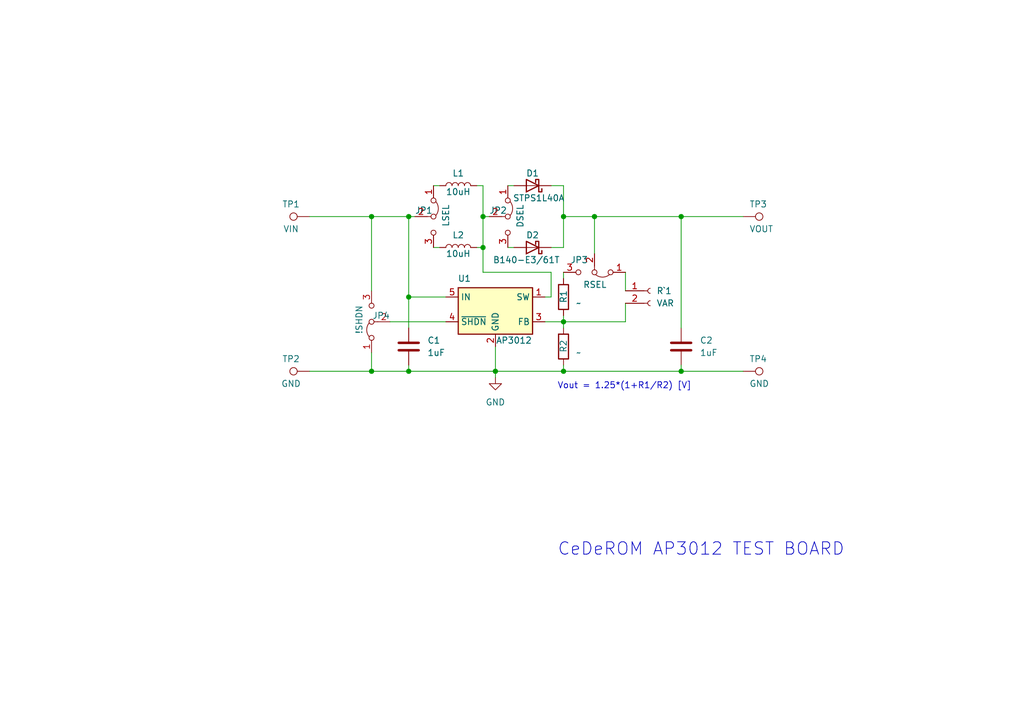
<source format=kicad_sch>
(kicad_sch (version 20211123) (generator eeschema)
  (paper "A5")
  (title_block (title "CeDeROM AP3012 TEST") (date "2022-03-30") (rev "2022-03-30") (company "CeDeROM"))
  (lib_symbols
    (symbol "Connector:Conn_01x02_Female" (pin_names (offset 1.016) hide)
      (property "Reference" "J" (at 0 2.54 0))
      (property "Value" "Conn_01x02_Female" (at 0 -5.08 0))
      (symbol "Conn_01x02_Female_1_1"
        (arc (start 0 -2.032) (mid -0.508 -2.54) (end 0 -3.048) (stroke (width 0.1524)))
        (polyline (pts (xy -1.27 -2.54) (xy -0.508 -2.54)) (stroke (width 0.1524)))
        (polyline (pts (xy -1.27 0) (xy -0.508 0)) (stroke (width 0.1524)))
        (arc (start 0 0.508) (mid -0.508 0) (end 0 -0.508) (stroke (width 0.1524)))
        (pin passive line (at -5.08 0 0) (length 3.81) (name "Pin_1") (number "1"))
        (pin passive line (at -5.08 -2.54 0) (length 3.81) (name "Pin_2") (number "2"))
      )
    )
    (symbol "Connector:TestPoint" (pin_numbers hide) (pin_names (offset 0.762) hide)
      (property "Reference" "TP" (at 0 6.858 0))
      (property "Value" "TestPoint" (at 0 5.08 0))
      (symbol "TestPoint_0_1"
        (circle (center 0 3.302) (radius 0.762))
      )
      (symbol "TestPoint_1_1"
        (pin passive line (at 0 0 90) (length 2.54) (name "1") (number "1"))
      )
    )
    (symbol "Device:C" (pin_numbers hide) (pin_names (offset 0.254))
      (property "Reference" "C" (at 0.635 2.54 0))
      (property "Value" "C" (at 0.635 -2.54 0))
      (symbol "C_0_1"
        (polyline (pts (xy -2.032 -0.762) (xy 2.032 -0.762)) (stroke (width 0.508)))
        (polyline (pts (xy -2.032 0.762) (xy 2.032 0.762)) (stroke (width 0.508)))
      )
      (symbol "C_1_1"
        (pin passive line (at 0 3.81 270) (length 2.794) (name "~") (number "1"))
        (pin passive line (at 0 -3.81 90) (length 2.794) (name "~") (number "2"))
      )
    )
    (symbol "Device:D_Schottky" (pin_numbers hide) (pin_names (offset 1.016) hide)
      (property "Reference" "D" (at 0 2.54 0))
      (property "Value" "D_Schottky" (at 0 -2.54 0))
      (symbol "D_Schottky_0_1"
        (polyline (pts (xy 1.27 0) (xy -1.27 0)))
        (polyline (pts (xy 1.27 1.27) (xy 1.27 -1.27) (xy -1.27 0) (xy 1.27 1.27)) (stroke (width 0.254)))
        (polyline (pts (xy -1.905 0.635) (xy -1.905 1.27) (xy -1.27 1.27) (xy -1.27 -1.27) (xy -0.635 -1.27) (xy -0.635 -0.635)) (stroke (width 0.254)))
      )
      (symbol "D_Schottky_1_1"
        (pin passive line (at -3.81 0 0) (length 2.54) (name "K") (number "1"))
        (pin passive line (at 3.81 0 180) (length 2.54) (name "A") (number "2"))
      )
    )
    (symbol "Device:L" (pin_numbers hide) (pin_names (offset 1.016) hide)
      (property "Reference" "L" (at -1.27 0 90))
      (property "Value" "L" (at 1.905 0 90))
      (symbol "L_0_1"
        (arc (start 0 -2.54) (mid 0.635 -1.905) (end 0 -1.27))
        (arc (start 0 -1.27) (mid 0.635 -0.635) (end 0 0))
        (arc (start 0 0) (mid 0.635 0.635) (end 0 1.27))
        (arc (start 0 1.27) (mid 0.635 1.905) (end 0 2.54))
      )
      (symbol "L_1_1"
        (pin passive line (at 0 3.81 270) (length 1.27) (name "1") (number "1"))
        (pin passive line (at 0 -3.81 90) (length 1.27) (name "2") (number "2"))
      )
    )
    (symbol "Device:R" (pin_numbers hide) (pin_names (offset 0))
      (property "Reference" "R" (at 2.032 0 90))
      (property "Value" "R" (at 0 0 90))
      (symbol "R_0_1"
        (rectangle (start -1.016 -2.54) (end 1.016 2.54) (stroke (width 0.254)))
      )
      (symbol "R_1_1"
        (pin passive line (at 0 3.81 270) (length 1.27) (name "~") (number "1"))
        (pin passive line (at 0 -3.81 90) (length 1.27) (name "~") (number "2"))
      )
    )
    (symbol "Jumper:Jumper_3_Bridged12" (pin_names (offset 0) hide)
      (property "Reference" "JP" (at -2.54 -2.54 0))
      (property "Value" "Jumper_3_Bridged12" (at 0 2.794 0))
      (symbol "Jumper_3_Bridged12_0_0"
        (circle (center -3.302 0) (radius 0.508))
        (circle (center 0 0) (radius 0.508))
        (circle (center 3.302 0) (radius 0.508))
      )
      (symbol "Jumper_3_Bridged12_0_1"
        (arc (start -0.254 0.508) (mid -1.651 0.9912) (end -3.048 0.508))
        (polyline (pts (xy 0 -1.27) (xy 0 -0.508)))
      )
      (symbol "Jumper_3_Bridged12_1_1"
        (pin passive line (at -6.35 0 0) (length 2.54) (name "A") (number "1"))
        (pin passive line (at 0 -3.81 90) (length 2.54) (name "C") (number "2"))
        (pin passive line (at 6.35 0 180) (length 2.54) (name "B") (number "3"))
      )
    )
    (symbol "Regulator_Switching:AP3012"
      (property "Reference" "U" (at -7.62 5.715 0))
      (property "Value" "AP3012" (at 0 5.715 0))
      (symbol "AP3012_0_1"
        (rectangle (start -7.62 4.445) (end 7.62 -5.08) (stroke (width 0.254)) (fill (type background)))
      )
      (symbol "AP3012_1_1"
        (pin passive line (at 10.16 2.54 180) (length 2.54) (name "SW") (number "1"))
        (pin power_in line (at 0 -7.62 90) (length 2.54) (name "GND") (number "2"))
        (pin input line (at 10.16 -2.54 180) (length 2.54) (name "FB") (number "3"))
        (pin input line (at -10.16 -2.54 0) (length 2.54) (name "~{SHDN}") (number "4"))
        (pin power_in line (at -10.16 2.54 0) (length 2.54) (name "IN") (number "5"))
      )
    )
    (symbol "power:GND" (power) (pin_names (offset 0))
      (property "Value" "GND" (at 0 -3.81 0))
      (symbol "GND_0_1"
        (polyline (pts (xy 0 0) (xy 0 -1.27) (xy 1.27 -1.27) (xy 0 -2.54) (xy -1.27 -1.27) (xy 0 -1.27)))
      )
      (symbol "GND_1_1"
        (pin power_in line (at 0 0 270) (length 0) hide (name "GND") (number "1"))
      )
    )
  )
  (junction (at 76.2 44.45))
  (junction (at 99.06 50.8))
  (junction (at 115.57 44.45))
  (junction (at 83.82 76.2))
  (junction (at 101.6 76.2))
  (junction (at 115.57 66.04))
  (junction (at 139.7 44.45))
  (junction (at 83.82 44.45))
  (junction (at 99.06 44.45))
  (junction (at 83.82 60.96))
  (junction (at 121.92 44.45))
  (junction (at 115.57 76.2))
  (junction (at 139.7 76.2))
  (junction (at 76.2 76.2))
  (wire (pts (xy 99.06 55.88) (xy 113.03 55.88)))
  (wire (pts (xy 115.57 44.45) (xy 115.57 38.1)))
  (wire (pts (xy 139.7 44.45) (xy 152.4 44.45)))
  (wire (pts (xy 115.57 74.93) (xy 115.57 76.2)))
  (wire (pts (xy 97.79 50.8) (xy 99.06 50.8)))
  (wire (pts (xy 113.03 55.88) (xy 113.03 60.96)))
  (wire (pts (xy 80.01 66.04) (xy 91.44 66.04)))
  (wire (pts (xy 83.82 60.96) (xy 91.44 60.96)))
  (wire (pts (xy 115.57 76.2) (xy 139.7 76.2)))
  (wire (pts (xy 99.06 50.8) (xy 99.06 55.88)))
  (wire (pts (xy 76.2 72.39) (xy 76.2 76.2)))
  (wire (pts (xy 139.7 76.2) (xy 152.4 76.2)))
  (wire (pts (xy 115.57 66.04) (xy 128.27 66.04)))
  (wire (pts (xy 115.57 66.04) (xy 115.57 67.31)))
  (wire (pts (xy 115.57 38.1) (xy 113.03 38.1)))
  (wire (pts (xy 99.06 44.45) (xy 99.06 50.8)))
  (wire (pts (xy 121.92 44.45) (xy 121.92 52.07)))
  (wire (pts (xy 139.7 76.2) (xy 139.7 74.93)))
  (wire (pts (xy 97.79 38.1) (xy 99.06 38.1)))
  (wire (pts (xy 83.82 44.45) (xy 85.09 44.45)))
  (wire (pts (xy 115.57 64.77) (xy 115.57 66.04)))
  (wire (pts (xy 128.27 62.23) (xy 128.27 66.04)))
  (wire (pts (xy 113.03 60.96) (xy 111.76 60.96)))
  (wire (pts (xy 115.57 50.8) (xy 115.57 44.45)))
  (wire (pts (xy 83.82 44.45) (xy 83.82 60.96)))
  (wire (pts (xy 101.6 76.2) (xy 115.57 76.2)))
  (wire (pts (xy 83.82 76.2) (xy 101.6 76.2)))
  (wire (pts (xy 139.7 67.31) (xy 139.7 44.45)))
  (wire (pts (xy 88.9 38.1) (xy 90.17 38.1)))
  (wire (pts (xy 76.2 44.45) (xy 83.82 44.45)))
  (wire (pts (xy 99.06 44.45) (xy 100.33 44.45)))
  (wire (pts (xy 121.92 44.45) (xy 139.7 44.45)))
  (wire (pts (xy 104.14 50.8) (xy 105.41 50.8)))
  (wire (pts (xy 63.5 44.45) (xy 76.2 44.45)))
  (wire (pts (xy 115.57 57.15) (xy 115.57 55.88)))
  (wire (pts (xy 83.82 67.31) (xy 83.82 60.96)))
  (wire (pts (xy 111.76 66.04) (xy 115.57 66.04)))
  (wire (pts (xy 128.27 55.88) (xy 128.27 59.69)))
  (wire (pts (xy 115.57 44.45) (xy 121.92 44.45)))
  (wire (pts (xy 99.06 38.1) (xy 99.06 44.45)))
  (wire (pts (xy 104.14 38.1) (xy 105.41 38.1)))
  (wire (pts (xy 63.5 76.2) (xy 76.2 76.2)))
  (wire (pts (xy 101.6 76.2) (xy 101.6 77.47)))
  (wire (pts (xy 83.82 74.93) (xy 83.82 76.2)))
  (wire (pts (xy 113.03 50.8) (xy 115.57 50.8)))
  (wire (pts (xy 90.17 50.8) (xy 88.9 50.8)))
  (wire (pts (xy 101.6 71.12) (xy 101.6 76.2)))
  (wire (pts (xy 76.2 59.69) (xy 76.2 44.45)))
  (wire (pts (xy 83.82 76.2) (xy 76.2 76.2)))
  (text "CeDeROM AP3012 TEST BOARD" (at 114.3 114.3 0) (effects (font (size 2.54 2.54)) (justify left bottom)))
  (text "Vout = 1.25*(1+R1/R2) [V]" (at 114.3 80.01 0) (effects (font (size 1.27 1.27)) (justify left bottom)))
  (symbol (lib_id "Device:C") (at 83.82 71.12 0) (unit 1)
    (property "Reference" "C1" (at 87.63 69.8499 0) (effects (justify left)))
    (property "Value" "1uF" (at 87.63 72.3899 0) (effects (justify left)))
    (property "Footprint" "Capacitor_SMD:C_0805_2012Metric_Pad1.18x1.45mm_HandSolder" (effects hide))
  )
  (symbol (lib_id "Device:L") (at 93.98 50.8 90) (unit 1)
    (property "Reference" "L2" (at 93.98 48.26 90))
    (property "Value" "10uH" (at 93.98 52.07 90))
    (property "Footprint" "Inductor_SMD:L_Abracon_ASPI-3012S" (effects hide))
  )
  (symbol (lib_id "Device:D_Schottky") (at 109.22 50.8 180) (unit 1)
    (property "Reference" "D2" (at 109.22 48.26 0))
    (property "Value" "B140-E3/61T" (at 107.95 53.34 0))
    (property "Footprint" "Diode_SMD:D_SMA_Handsoldering" (effects hide))
  )
  (symbol (lib_id "Device:R") (at 115.57 60.96 0) (unit 1)
    (property "Reference" "R1" (at 115.57 62.23 90) (effects (justify left)))
    (property "Value" "~" (at 118.11 62.2299 0) (effects (justify left)))
    (property "Footprint" "Capacitor_SMD:C_0805_2012Metric_Pad1.18x1.45mm_HandSolder" (effects hide))
  )
  (symbol (lib_id "Jumper:Jumper_3_Bridged12") (at 104.14 44.45 270) (unit 1)
    (property "Reference" "JP2" (at 100.33 43.18 90) (effects (justify left)))
    (property "Value" "DSEL" (at 106.68 41.91 0) (effects (justify left)))
    (property "Footprint" "Connector_PinHeader_2.54mm:PinHeader_1x03_P2.54mm_Vertical" (effects hide))
  )
  (symbol (lib_id "Connector:TestPoint") (at 63.5 44.45 90) (unit 1)
    (property "Reference" "TP1" (at 59.69 41.91 90))
    (property "Value" "VIN" (at 59.69 46.99 90))
    (property "Footprint" "TestPoint:TestPoint_THTPad_2.0x2.0mm_Drill1.0mm" (effects hide))
  )
  (symbol (lib_id "Jumper:Jumper_3_Bridged12") (at 76.2 66.04 90) (unit 1)
    (property "Reference" "JP4" (at 80.01 64.77 90) (effects (justify left)))
    (property "Value" "!SHDN" (at 73.66 68.58 0) (effects (justify left)))
    (property "Footprint" "Connector_PinHeader_2.54mm:PinHeader_1x03_P2.54mm_Vertical" (effects hide))
  )
  (symbol (lib_id "Device:L") (at 93.98 38.1 90) (unit 1)
    (property "Reference" "L1" (at 93.98 35.56 90))
    (property "Value" "10uH" (at 93.98 39.37 90))
    (property "Footprint" "Inductor_SMD:L_0603_1608Metric_Pad1.05x0.95mm_HandSolder" (effects hide))
  )
  (symbol (lib_id "Connector:TestPoint") (at 152.4 44.45 270) (unit 1)
    (property "Reference" "TP3" (at 153.67 41.91 90) (effects (justify left)))
    (property "Value" "VOUT" (at 153.67 46.99 90) (effects (justify left)))
    (property "Footprint" "TestPoint:TestPoint_THTPad_2.0x2.0mm_Drill1.0mm" (effects hide))
  )
  (symbol (lib_id "Regulator_Switching:AP3012") (at 101.6 63.5 0) (unit 1)
    (property "Reference" "U1" (at 95.25 57.15 0))
    (property "Value" "AP3012" (at 105.41 69.85 0))
    (property "Footprint" "Package_TO_SOT_SMD:SOT-23-5" (effects hide))
    (property "Datasheet" "https://www.diodes.com/assets/Datasheets/AP3012.pdf" (effects hide))
  )
  (symbol (lib_id "Device:D_Schottky") (at 109.22 38.1 180) (unit 1)
    (property "Reference" "D1" (at 109.22 35.56 0))
    (property "Value" "STPS1L40A" (at 110.49 40.64 0))
    (property "Footprint" "Diode_SMD:D_SMA_Handsoldering" (effects hide))
  )
  (symbol (lib_id "power:GND") (at 101.6 77.47 0) (unit 1)
    (property "Reference" "#PWR0101" (effects hide))
    (property "Value" "GND" (at 101.6 82.55 0))
  )
  (symbol (lib_id "Jumper:Jumper_3_Bridged12") (at 88.9 44.45 270) (unit 1)
    (property "Reference" "JP1" (at 85.09 43.18 90) (effects (justify left)))
    (property "Value" "LSEL" (at 91.44 41.91 0) (effects (justify left)))
    (property "Footprint" "Connector_PinHeader_2.54mm:PinHeader_1x03_P2.54mm_Vertical" (effects hide))
  )
  (symbol (lib_id "Connector:TestPoint") (at 152.4 76.2 270) (unit 1)
    (property "Reference" "TP4" (at 153.67 73.66 90) (effects (justify left)))
    (property "Value" "GND" (at 153.67 78.74 90) (effects (justify left)))
    (property "Footprint" "TestPoint:TestPoint_THTPad_2.0x2.0mm_Drill1.0mm" (effects hide))
  )
  (symbol (lib_id "Device:R") (at 115.57 71.12 0) (unit 1)
    (property "Reference" "R2" (at 115.57 72.39 90) (effects (justify left)))
    (property "Value" "~" (at 118.11 72.3899 0) (effects (justify left)))
    (property "Footprint" "Capacitor_SMD:C_0805_2012Metric_Pad1.18x1.45mm_HandSolder" (effects hide))
  )
  (symbol (lib_id "Connector:TestPoint") (at 63.5 76.2 90) (unit 1)
    (property "Reference" "TP2" (at 59.69 73.66 90))
    (property "Value" "GND" (at 59.69 78.74 90))
    (property "Footprint" "TestPoint:TestPoint_THTPad_2.0x2.0mm_Drill1.0mm" (effects hide))
  )
  (symbol (lib_id "Jumper:Jumper_3_Bridged12") (at 121.92 55.88 180) (unit 1)
    (property "Reference" "JP3" (at 120.65 53.34 0) (effects (justify left)))
    (property "Value" "RSEL" (at 124.46 58.42 0) (effects (justify left)))
    (property "Footprint" "Connector_PinHeader_2.54mm:PinHeader_1x03_P2.54mm_Vertical" (effects hide))
  )
  (symbol (lib_id "Device:C") (at 139.7 71.12 0) (unit 1)
    (property "Reference" "C2" (at 143.51 69.8499 0) (effects (justify left)))
    (property "Value" "1uF" (at 143.51 72.3899 0) (effects (justify left)))
    (property "Footprint" "Capacitor_SMD:C_0805_2012Metric_Pad1.18x1.45mm_HandSolder" (effects hide))
  )
  (symbol (lib_id "Connector:Conn_01x02_Female") (at 133.35 59.69 0) (unit 1)
    (property "Reference" "R`1" (at 134.62 59.6899 0) (effects (justify left)))
    (property "Value" "VAR" (at 134.62 62.2299 0) (effects (justify left)))
    (property "Footprint" "Connector_PinHeader_2.54mm:PinHeader_1x02_P2.54mm_Vertical" (effects hide))
  )
)
</source>
